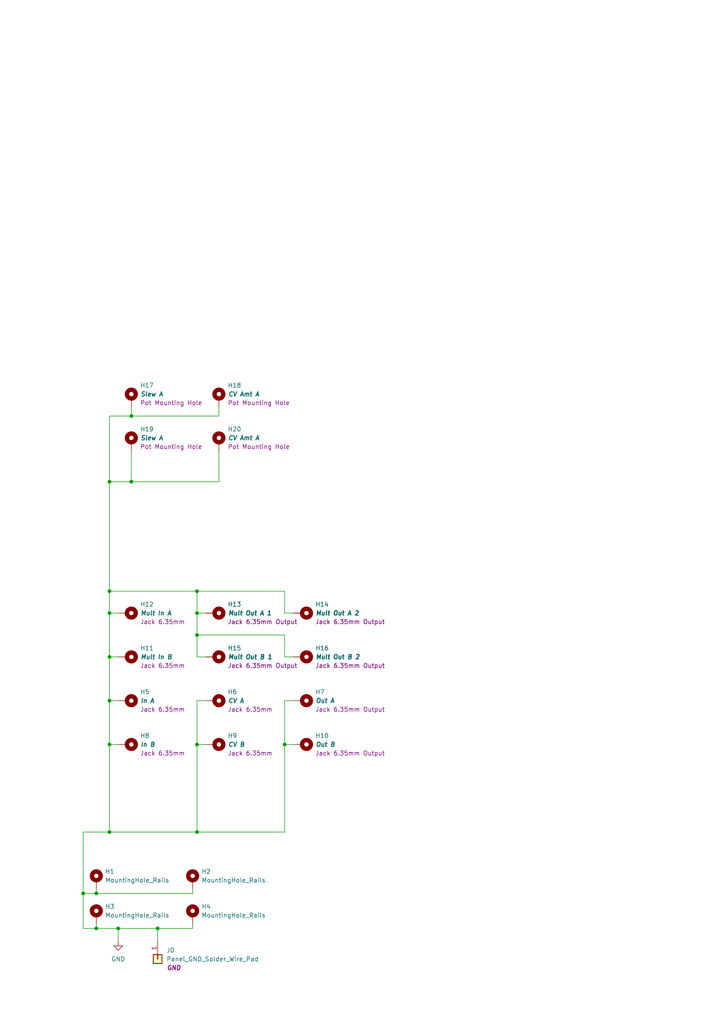
<source format=kicad_sch>
(kicad_sch (version 20250114) (generator "eeschema") (generator_version "9.0")
  (paper "A4" portrait)
  (title_block (title "Kosmo Format Front Panel - 5 cm") (company "DMH Instruments"))
  (lib_symbols
    (symbol "SynthStuff:MountingHole_Jack6.35mm_Output_v2" (pin_numbers (hide yes)) (pin_names (offset 1.016) (hide yes)) (exclude_from_sim yes) (in_bom no)
      (property "Reference" "H" (at 0 5.08 0))
      (property "Value" "SIGNAL NAME" (at 0 3.175 0))
      (property "Description" "Jack 6.35mm Output" (at 0.254 -3.302 0))
      (symbol "MountingHole_Jack6.35mm_Output_v2_0_1"
        (circle (center 0 0) (radius 1.27) (stroke (width 1.27)))
      )
      (symbol "MountingHole_Jack6.35mm_Output_v2_1_1"
        (pin input line (at -3.81 0 0) (length 2.54) (name "1") (number "1"))
      )
    )
    (symbol "SynthStuff:MountingHole_Jack6.35mm_v2" (pin_numbers (hide yes)) (pin_names (offset 1.016) (hide yes)) (exclude_from_sim yes) (in_bom no)
      (property "Reference" "H" (at 0 5.08 0))
      (property "Value" "SIGNAL NAME" (at 0 3.175 0))
      (property "Description" "Jack 6.35mm" (at 0 -3.048 0))
      (symbol "MountingHole_Jack6.35mm_v2_0_1"
        (circle (center 0 0) (radius 1.27) (stroke (width 1.27)))
      )
      (symbol "MountingHole_Jack6.35mm_v2_1_1"
        (pin input line (at -3.81 0 0) (length 2.54) (name "1") (number "1"))
      )
    )
    (symbol "SynthStuff:MountingHole_Pot" (pin_numbers (hide yes)) (pin_names (offset 1.016) (hide yes)) (exclude_from_sim yes)
      (property "Reference" "H" (at 0 6.35 0))
      (property "Value" "Function" (at 0 4.445 0))
      (property "Description" "Pot Mounting Hole" (at 0 0 0))
      (symbol "MountingHole_Pot_0_1"
        (circle (center 0 1.27) (radius 1.27) (stroke (width 1.27)))
      )
      (symbol "MountingHole_Pot_1_1"
        (pin input line (at 0 -2.54 90) (length 2.54) (name "1") (number "1"))
      )
    )
    (symbol "SynthStuff:MountingHole_Rails" (pin_numbers (hide yes)) (pin_names (offset 1.016) (hide yes)) (exclude_from_sim yes) (in_bom no)
      (property "Reference" "H" (at 0 6.35 0))
      (property "Value" "MountingHole_Rails" (at 0 4.445 0))
      (symbol "MountingHole_Rails_0_1"
        (circle (center 0 1.27) (radius 1.27) (stroke (width 1.27)))
      )
      (symbol "MountingHole_Rails_1_1"
        (pin input line (at 0 -2.54 90) (length 2.54) (name "1") (number "1"))
      )
    )
    (symbol "SynthStuff:Panel_GND_Solder_Wire_Pad" (pin_names (offset 1.016) (hide yes)) (in_bom no)
      (property "Reference" "J" (at 0 2.54 0))
      (property "Value" "Panel_GND_Solder_Wire_Pad" (at 0 -5.08 0))
      (property "Function" "Panel GND" (at 0 -2.794 0))
      (symbol "Panel_GND_Solder_Wire_Pad_1_1"
        (rectangle (start -1.27 1.27) (end 1.27 -1.27) (stroke (width 0.254)) (fill (type background)))
        (rectangle (start -1.27 0.127) (end 0 -0.127) (stroke (width 0.1524)))
        (pin power_out line (at -5.08 0 0) (length 3.81) (name "Pin_1") (number "1"))
      )
    )
    (symbol "power:GND" (power) (pin_numbers (hide yes)) (pin_names (offset 0) (hide yes))
      (property "Value" "GND" (at 0 -3.81 0))
      (symbol "GND_0_1"
        (polyline (pts (xy 0 0) (xy 0 -1.27) (xy 1.27 -1.27) (xy 0 -2.54) (xy -1.27 -1.27) (xy 0 -1.27)))
      )
      (symbol "GND_1_1"
        (pin power_in line (at 0 0 270) (length 0) (name "~") (number "1"))
      )
    )
  )
  (junction (at 34.29 269.24))
  (junction (at 31.75 203.2))
  (junction (at 82.55 215.9))
  (junction (at 45.72 269.24))
  (junction (at 31.75 190.5))
  (junction (at 24.13 259.08))
  (junction (at 38.1 120.65))
  (junction (at 57.15 177.8))
  (junction (at 57.15 171.45))
  (junction (at 27.94 269.24))
  (junction (at 31.75 171.45))
  (junction (at 31.75 215.9))
  (junction (at 57.15 241.3))
  (junction (at 27.94 259.08))
  (junction (at 31.75 177.8))
  (junction (at 31.75 139.7))
  (junction (at 57.15 184.15))
  (junction (at 38.1 139.7))
  (junction (at 31.75 241.3))
  (junction (at 57.15 215.9))
  (wire (pts (xy 85.09 190.5) (xy 82.55 190.5)))
  (wire (pts (xy 55.88 267.97) (xy 55.88 269.24)))
  (wire (pts (xy 85.09 203.2) (xy 82.55 203.2)))
  (wire (pts (xy 31.75 241.3) (xy 24.13 241.3)))
  (wire (pts (xy 38.1 120.65) (xy 38.1 118.11)))
  (wire (pts (xy 27.94 259.08) (xy 55.88 259.08)))
  (wire (pts (xy 27.94 269.24) (xy 27.94 267.97)))
  (wire (pts (xy 31.75 171.45) (xy 31.75 177.8)))
  (wire (pts (xy 31.75 177.8) (xy 31.75 190.5)))
  (wire (pts (xy 24.13 269.24) (xy 27.94 269.24)))
  (wire (pts (xy 85.09 177.8) (xy 82.55 177.8)))
  (wire (pts (xy 45.72 269.24) (xy 45.72 273.05)))
  (wire (pts (xy 34.29 269.24) (xy 34.29 273.05)))
  (wire (pts (xy 82.55 184.15) (xy 57.15 184.15)))
  (wire (pts (xy 59.69 215.9) (xy 57.15 215.9)))
  (wire (pts (xy 57.15 177.8) (xy 57.15 171.45)))
  (wire (pts (xy 82.55 171.45) (xy 57.15 171.45)))
  (wire (pts (xy 59.69 190.5) (xy 57.15 190.5)))
  (wire (pts (xy 24.13 259.08) (xy 24.13 269.24)))
  (wire (pts (xy 34.29 203.2) (xy 31.75 203.2)))
  (wire (pts (xy 34.29 190.5) (xy 31.75 190.5)))
  (wire (pts (xy 55.88 257.81) (xy 55.88 259.08)))
  (wire (pts (xy 82.55 190.5) (xy 82.55 184.15)))
  (wire (pts (xy 57.15 241.3) (xy 31.75 241.3)))
  (wire (pts (xy 85.09 215.9) (xy 82.55 215.9)))
  (wire (pts (xy 34.29 177.8) (xy 31.75 177.8)))
  (wire (pts (xy 31.75 139.7) (xy 31.75 171.45)))
  (wire (pts (xy 31.75 215.9) (xy 31.75 241.3)))
  (wire (pts (xy 63.5 118.11) (xy 63.5 120.65)))
  (wire (pts (xy 38.1 130.81) (xy 38.1 139.7)))
  (wire (pts (xy 45.72 269.24) (xy 34.29 269.24)))
  (wire (pts (xy 82.55 241.3) (xy 57.15 241.3)))
  (wire (pts (xy 27.94 259.08) (xy 24.13 259.08)))
  (wire (pts (xy 63.5 120.65) (xy 38.1 120.65)))
  (wire (pts (xy 31.75 120.65) (xy 31.75 139.7)))
  (wire (pts (xy 82.55 215.9) (xy 82.55 241.3)))
  (wire (pts (xy 27.94 259.08) (xy 27.94 257.81)))
  (wire (pts (xy 57.15 203.2) (xy 57.15 215.9)))
  (wire (pts (xy 31.75 139.7) (xy 38.1 139.7)))
  (wire (pts (xy 38.1 120.65) (xy 31.75 120.65)))
  (wire (pts (xy 34.29 215.9) (xy 31.75 215.9)))
  (wire (pts (xy 31.75 203.2) (xy 31.75 215.9)))
  (wire (pts (xy 57.15 184.15) (xy 57.15 177.8)))
  (wire (pts (xy 82.55 177.8) (xy 82.55 171.45)))
  (wire (pts (xy 82.55 203.2) (xy 82.55 215.9)))
  (wire (pts (xy 59.69 203.2) (xy 57.15 203.2)))
  (wire (pts (xy 63.5 139.7) (xy 38.1 139.7)))
  (wire (pts (xy 55.88 269.24) (xy 45.72 269.24)))
  (wire (pts (xy 59.69 177.8) (xy 57.15 177.8)))
  (wire (pts (xy 24.13 241.3) (xy 24.13 259.08)))
  (wire (pts (xy 34.29 269.24) (xy 27.94 269.24)))
  (wire (pts (xy 57.15 215.9) (xy 57.15 241.3)))
  (wire (pts (xy 31.75 190.5) (xy 31.75 203.2)))
  (wire (pts (xy 31.75 171.45) (xy 57.15 171.45)))
  (wire (pts (xy 63.5 130.81) (xy 63.5 139.7)))
  (wire (pts (xy 57.15 190.5) (xy 57.15 184.15)))
  (symbol (lib_id "SynthStuff:MountingHole_Jack6.35mm_Output_v2") (at 88.9 215.9 0) (unit 1) (exclude_from_sim yes) (in_bom no)
    (property "Reference" "H10" (at 91.44 213.3599 0) (effects (justify left)))
    (property "Value" "Out B" (at 91.44 215.9 0) (effects (font (thickness 0.254) (bold yes) (italic yes)) (justify left)))
    (property "Footprint" "SynthStuff:Jack_6.35mm_Cutout_Output_v6" (effects (hide yes)))
    (property "Description" "Jack 6.35mm Output" (at 91.44 218.4399 0) (effects (justify left)))
  )
  (symbol (lib_id "SynthStuff:MountingHole_Jack6.35mm_v2") (at 38.1 190.5 0) (unit 1) (exclude_from_sim yes) (in_bom no)
    (property "Reference" "H11" (at 40.64 187.9599 0) (effects (justify left)))
    (property "Value" "Mult In B" (at 40.64 190.5 0) (effects (font (thickness 0.254) (bold yes) (italic yes)) (justify left)))
    (property "Footprint" "SynthStuff:Jack_6.35mm_Cutout_v3" (effects (hide yes)))
    (property "Description" "Jack 6.35mm" (at 40.64 193.0399 0) (effects (justify left)))
  )
  (symbol (lib_id "SynthStuff:MountingHole_Jack6.35mm_Output_v2") (at 63.5 190.5 0) (unit 1) (exclude_from_sim yes) (in_bom no)
    (property "Reference" "H15" (at 66.04 187.9599 0) (effects (justify left)))
    (property "Value" "Mult Out B 1" (at 66.04 190.5 0) (effects (font (thickness 0.254) (bold yes) (italic yes)) (justify left)))
    (property "Footprint" "SynthStuff:Jack_6.35mm_Cutout_Output_v6" (effects (hide yes)))
    (property "Description" "Jack 6.35mm Output" (at 66.04 193.0399 0) (effects (justify left)))
  )
  (symbol (lib_id "SynthStuff:MountingHole_Rails") (at 55.88 255.27 0) (unit 1) (in_bom no)
    (property "Reference" "H2" (at 58.42 252.7299 0) (effects (justify left)))
    (property "Value" "MountingHole_Rails" (at 58.42 255.2699 0) (effects (justify left)))
    (property "Footprint" "SynthStuff:MountingHole_Rails" (effects (hide yes)))
    (property "Description" "Mounting Hole with connection" (effects (hide yes)))
  )
  (symbol (lib_id "SynthStuff:MountingHole_Jack6.35mm_v2") (at 38.1 203.2 0) (unit 1) (exclude_from_sim yes) (in_bom no)
    (property "Reference" "H5" (at 40.64 200.6599 0) (effects (justify left)))
    (property "Value" "In A" (at 40.64 203.2 0) (effects (font (thickness 0.254) (bold yes) (italic yes)) (justify left)))
    (property "Footprint" "SynthStuff:Jack_6.35mm_Cutout_v3" (effects (hide yes)))
    (property "Description" "Jack 6.35mm" (at 40.64 205.7399 0) (effects (justify left)))
  )
  (symbol (lib_id "SynthStuff:MountingHole_Jack6.35mm_Output_v2") (at 63.5 177.8 0) (unit 1) (exclude_from_sim yes) (in_bom no)
    (property "Reference" "H13" (at 66.04 175.2599 0) (effects (justify left)))
    (property "Value" "Mult Out A 1" (at 66.04 177.8 0) (effects (font (thickness 0.254) (bold yes) (italic yes)) (justify left)))
    (property "Footprint" "SynthStuff:Jack_6.35mm_Cutout_Output_v6" (effects (hide yes)))
    (property "Description" "Jack 6.35mm Output" (at 66.04 180.3399 0) (effects (justify left)))
  )
  (symbol (lib_id "SynthStuff:MountingHole_Jack6.35mm_Output_v2") (at 88.9 190.5 0) (unit 1) (exclude_from_sim yes) (in_bom no)
    (property "Reference" "H16" (at 91.44 187.9599 0) (effects (justify left)))
    (property "Value" "Mult Out B 2" (at 91.44 190.5 0) (effects (font (thickness 0.254) (bold yes) (italic yes)) (justify left)))
    (property "Footprint" "SynthStuff:Jack_6.35mm_Cutout_Output_v6" (effects (hide yes)))
    (property "Description" "Jack 6.35mm Output" (at 91.44 193.0399 0) (effects (justify left)))
  )
  (symbol (lib_id "SynthStuff:MountingHole_Jack6.35mm_Output_v2") (at 88.9 203.2 0) (unit 1) (exclude_from_sim yes) (in_bom no)
    (property "Reference" "H7" (at 91.44 200.6599 0) (effects (justify left)))
    (property "Value" "Out A" (at 91.44 203.2 0) (effects (font (thickness 0.254) (bold yes) (italic yes)) (justify left)))
    (property "Footprint" "SynthStuff:Jack_6.35mm_Cutout_Output_v6" (effects (hide yes)))
    (property "Description" "Jack 6.35mm Output" (at 91.44 205.7399 0) (effects (justify left)))
  )
  (symbol (lib_id "power:GND") (at 34.29 273.05 0) (unit 1)
    (property "Reference" "#PWR01" (effects (hide yes)))
    (property "Value" "GND" (at 34.29 278.13 0))
    (property "Description" "Power symbol creates a global label with name \"GND\" , ground" (effects (hide yes)))
  )
  (symbol (lib_id "SynthStuff:MountingHole_Jack6.35mm_v2") (at 38.1 215.9 0) (unit 1) (exclude_from_sim yes) (in_bom no)
    (property "Reference" "H8" (at 40.64 213.3599 0) (effects (justify left)))
    (property "Value" "In B" (at 40.64 215.9 0) (effects (font (thickness 0.254) (bold yes) (italic yes)) (justify left)))
    (property "Footprint" "SynthStuff:Jack_6.35mm_Cutout_v3" (effects (hide yes)))
    (property "Description" "Jack 6.35mm" (at 40.64 218.4399 0) (effects (justify left)))
  )
  (symbol (lib_id "SynthStuff:MountingHole_Jack6.35mm_v2") (at 38.1 177.8 0) (unit 1) (exclude_from_sim yes) (in_bom no)
    (property "Reference" "H12" (at 40.64 175.2599 0) (effects (justify left)))
    (property "Value" "Mult In A" (at 40.64 177.8 0) (effects (font (thickness 0.254) (bold yes) (italic yes)) (justify left)))
    (property "Footprint" "SynthStuff:Jack_6.35mm_Cutout_v3" (effects (hide yes)))
    (property "Description" "Jack 6.35mm" (at 40.64 180.3399 0) (effects (justify left)))
  )
  (symbol (lib_id "SynthStuff:MountingHole_Pot") (at 38.1 128.27 0) (unit 1) (exclude_from_sim yes)
    (property "Reference" "H19" (at 40.64 124.4599 0) (effects (justify left)))
    (property "Value" "Slew A" (at 40.64 127 0) (effects (font (thickness 0.254) (bold yes) (italic yes)) (justify left)))
    (property "Footprint" "SynthStuff:Pot_Cutout_Small" (effects (hide yes)))
    (property "Description" "Pot Mounting Hole" (at 40.64 129.5399 0) (effects (justify left)))
  )
  (symbol (lib_id "SynthStuff:MountingHole_Pot") (at 38.1 115.57 0) (unit 1) (exclude_from_sim yes)
    (property "Reference" "H17" (at 40.64 111.7599 0) (effects (justify left)))
    (property "Value" "Slew A" (at 40.64 114.3 0) (effects (font (thickness 0.254) (bold yes) (italic yes)) (justify left)))
    (property "Footprint" "SynthStuff:Pot_Cutout_Small" (effects (hide yes)))
    (property "Description" "Pot Mounting Hole" (at 40.64 116.8399 0) (effects (justify left)))
  )
  (symbol (lib_id "SynthStuff:MountingHole_Rails") (at 27.94 265.43 0) (unit 1) (in_bom no)
    (property "Reference" "H3" (at 30.48 262.8899 0) (effects (justify left)))
    (property "Value" "MountingHole_Rails" (at 30.48 265.4299 0) (effects (justify left)))
    (property "Footprint" "SynthStuff:MountingHole_Rails" (effects (hide yes)))
    (property "Description" "Mounting Hole with connection" (effects (hide yes)))
  )
  (symbol (lib_id "SynthStuff:MountingHole_Jack6.35mm_v2") (at 63.5 203.2 0) (unit 1) (exclude_from_sim yes) (in_bom no)
    (property "Reference" "H6" (at 66.04 200.6599 0) (effects (justify left)))
    (property "Value" "CV A" (at 66.04 203.2 0) (effects (font (thickness 0.254) (bold yes) (italic yes)) (justify left)))
    (property "Footprint" "SynthStuff:Jack_6.35mm_Cutout_v3" (effects (hide yes)))
    (property "Description" "Jack 6.35mm" (at 66.04 205.7399 0) (effects (justify left)))
  )
  (symbol (lib_id "SynthStuff:MountingHole_Pot") (at 63.5 115.57 0) (unit 1) (exclude_from_sim yes)
    (property "Reference" "H18" (at 66.04 111.7599 0) (effects (justify left)))
    (property "Value" "CV Amt A" (at 66.04 114.3 0) (effects (font (thickness 0.254) (bold yes) (italic yes)) (justify left)))
    (property "Footprint" "SynthStuff:Pot_Cutout_Tiny_attv_P110KH1" (effects (hide yes)))
    (property "Description" "Pot Mounting Hole" (at 66.04 116.8399 0) (effects (justify left)))
  )
  (symbol (lib_id "SynthStuff:MountingHole_Jack6.35mm_v2") (at 63.5 215.9 0) (unit 1) (exclude_from_sim yes) (in_bom no)
    (property "Reference" "H9" (at 66.04 213.3599 0) (effects (justify left)))
    (property "Value" "CV B" (at 66.04 215.9 0) (effects (font (thickness 0.254) (bold yes) (italic yes)) (justify left)))
    (property "Footprint" "SynthStuff:Jack_6.35mm_Cutout_v3" (effects (hide yes)))
    (property "Description" "Jack 6.35mm" (at 66.04 218.4399 0) (effects (justify left)))
  )
  (symbol (lib_id "SynthStuff:MountingHole_Jack6.35mm_Output_v2") (at 88.9 177.8 0) (unit 1) (exclude_from_sim yes) (in_bom no)
    (property "Reference" "H14" (at 91.44 175.2599 0) (effects (justify left)))
    (property "Value" "Mult Out A 2" (at 91.44 177.8 0) (effects (font (thickness 0.254) (bold yes) (italic yes)) (justify left)))
    (property "Footprint" "SynthStuff:Jack_6.35mm_Cutout_Output_v6" (effects (hide yes)))
    (property "Description" "Jack 6.35mm Output" (at 91.44 180.3399 0) (effects (justify left)))
  )
  (symbol (lib_id "SynthStuff:MountingHole_Rails") (at 55.88 265.43 0) (unit 1) (in_bom no)
    (property "Reference" "H4" (at 58.42 262.8899 0) (effects (justify left)))
    (property "Value" "MountingHole_Rails" (at 58.42 265.4299 0) (effects (justify left)))
    (property "Footprint" "SynthStuff:MountingHole_Rails" (effects (hide yes)))
    (property "Description" "Mounting Hole with connection" (effects (hide yes)))
  )
  (symbol (lib_id "SynthStuff:Panel_GND_Solder_Wire_Pad") (at 45.72 278.13 270) (unit 1) (in_bom no)
    (property "Reference" "J0" (at 48.26 275.5899 90) (effects (justify left)))
    (property "Value" "Panel_GND_Solder_Wire_Pad" (at 48.26 278.1299 90) (effects (justify left)))
    (property "Footprint" "SynthStuff:Panel_GND_SolderWirePad_5x10mm" (effects (hide yes)))
    (property "Description" "Solder pad to allow connection between PCB and Front Panel" (effects (hide yes)))
    (property "Function" "GND" (at 48.26 280.67 90) (effects (font (thickness 0.254) (bold yes) (italic yes)) (justify left)))
  )
  (symbol (lib_id "SynthStuff:MountingHole_Rails") (at 27.94 255.27 0) (unit 1) (in_bom no)
    (property "Reference" "H1" (at 30.48 252.7299 0) (effects (justify left)))
    (property "Value" "MountingHole_Rails" (at 30.48 255.2699 0) (effects (justify left)))
    (property "Footprint" "SynthStuff:MountingHole_Rails" (effects (hide yes)))
    (property "Description" "Mounting Hole with connection" (effects (hide yes)))
  )
  (symbol (lib_id "SynthStuff:MountingHole_Pot") (at 63.5 128.27 0) (unit 1) (exclude_from_sim yes)
    (property "Reference" "H20" (at 66.04 124.4599 0) (effects (justify left)))
    (property "Value" "CV Amt A" (at 66.04 127 0) (effects (font (thickness 0.254) (bold yes) (italic yes)) (justify left)))
    (property "Footprint" "SynthStuff:Pot_Cutout_Tiny_attv_P110KH1" (effects (hide yes)))
    (property "Description" "Pot Mounting Hole" (at 66.04 129.5399 0) (effects (justify left)))
  )
)
</source>
